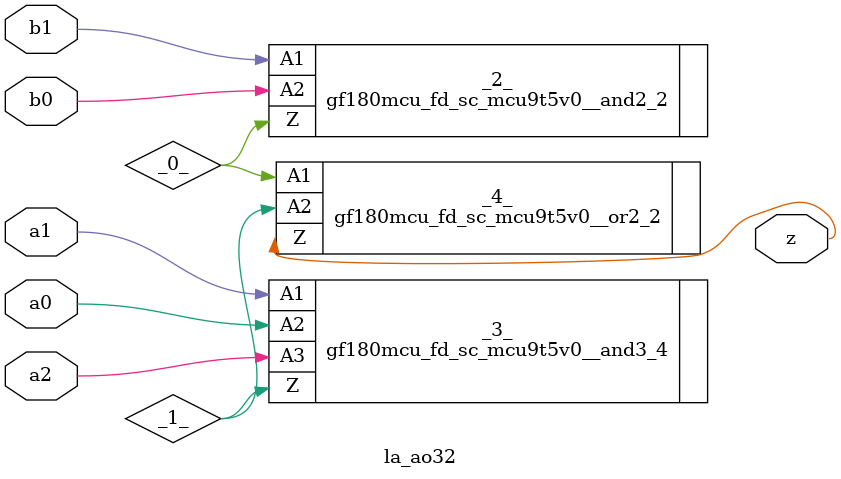
<source format=v>
/* Generated by Yosys 0.37 (git sha1 a5c7f69ed, clang 14.0.0-1ubuntu1.1 -fPIC -Os) */

module la_ao32(a0, a1, a2, b0, b1, z);
  wire _0_;
  wire _1_;
  input a0;
  wire a0;
  input a1;
  wire a1;
  input a2;
  wire a2;
  input b0;
  wire b0;
  input b1;
  wire b1;
  output z;
  wire z;
  gf180mcu_fd_sc_mcu9t5v0__and2_2 _2_ (
    .A1(b1),
    .A2(b0),
    .Z(_0_)
  );
  gf180mcu_fd_sc_mcu9t5v0__and3_4 _3_ (
    .A1(a1),
    .A2(a0),
    .A3(a2),
    .Z(_1_)
  );
  gf180mcu_fd_sc_mcu9t5v0__or2_2 _4_ (
    .A1(_0_),
    .A2(_1_),
    .Z(z)
  );
endmodule

</source>
